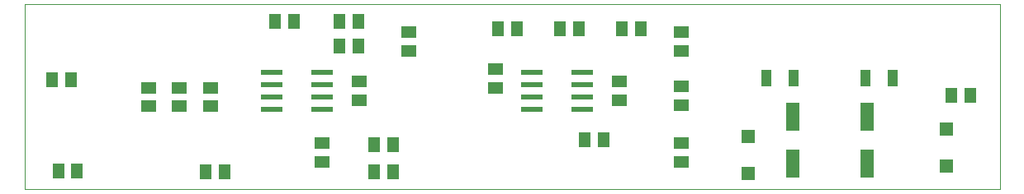
<source format=gtp>
G75*
%MOIN*%
%OFA0B0*%
%FSLAX24Y24*%
%IPPOS*%
%LPD*%
%AMOC8*
5,1,8,0,0,1.08239X$1,22.5*
%
%ADD10C,0.0000*%
%ADD11R,0.0591X0.0512*%
%ADD12R,0.0512X0.0591*%
%ADD13R,0.0551X0.1181*%
%ADD14R,0.0866X0.0236*%
%ADD15R,0.0394X0.0709*%
%ADD16R,0.0551X0.0551*%
D10*
X001160Y002930D02*
X001160Y010430D01*
X040530Y010430D01*
X040530Y002930D01*
X001160Y002930D01*
D11*
X006160Y006306D03*
X007410Y006306D03*
X008660Y006306D03*
X008660Y007054D03*
X007410Y007054D03*
X006160Y007054D03*
X013160Y004804D03*
X013160Y004056D03*
X014660Y006556D03*
X014660Y007304D03*
X016660Y008556D03*
X016660Y009304D03*
X020160Y007804D03*
X020160Y007056D03*
X025160Y007304D03*
X027660Y007104D03*
X025160Y006556D03*
X027660Y006356D03*
X027660Y004804D03*
X027660Y004056D03*
X027660Y008556D03*
X027660Y009304D03*
D12*
X026034Y009430D03*
X025286Y009430D03*
X023534Y009430D03*
X022786Y009430D03*
X021034Y009430D03*
X020286Y009430D03*
X014634Y009730D03*
X013886Y009730D03*
X012034Y009730D03*
X011286Y009730D03*
X013886Y008730D03*
X014634Y008730D03*
X003034Y007380D03*
X002286Y007380D03*
X002536Y003680D03*
X003284Y003680D03*
X008486Y003630D03*
X009234Y003630D03*
X015286Y003630D03*
X016034Y003630D03*
X016034Y004730D03*
X015286Y004730D03*
X023786Y004930D03*
X024534Y004930D03*
X038586Y006730D03*
X039334Y006730D03*
D13*
X035160Y005875D03*
X032160Y005875D03*
X032160Y003985D03*
X035160Y003985D03*
D14*
X023684Y006180D03*
X023684Y006680D03*
X023684Y007180D03*
X023684Y007680D03*
X021636Y007680D03*
X021636Y007180D03*
X021636Y006680D03*
X021636Y006180D03*
X013184Y006180D03*
X013184Y006680D03*
X013184Y007180D03*
X013184Y007680D03*
X011136Y007680D03*
X011136Y007180D03*
X011136Y006680D03*
X011136Y006180D03*
D15*
X031109Y007430D03*
X032211Y007430D03*
X035109Y007430D03*
X036211Y007430D03*
D16*
X038360Y005378D03*
X038360Y003882D03*
X030360Y003582D03*
X030360Y005078D03*
M02*

</source>
